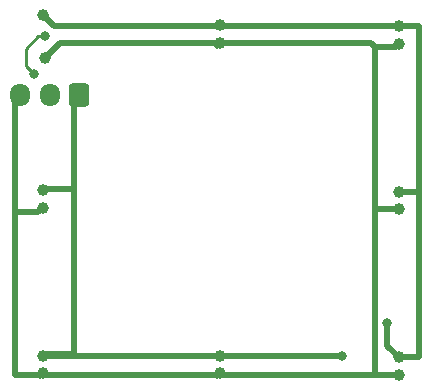
<source format=gbr>
%TF.GenerationSoftware,KiCad,Pcbnew,7.0.9-1.fc39*%
%TF.CreationDate,2023-12-06T14:15:37+00:00*%
%TF.ProjectId,LED PCB V2,4c454420-5043-4422-9056-322e6b696361,rev?*%
%TF.SameCoordinates,Original*%
%TF.FileFunction,Copper,L2,Bot*%
%TF.FilePolarity,Positive*%
%FSLAX46Y46*%
G04 Gerber Fmt 4.6, Leading zero omitted, Abs format (unit mm)*
G04 Created by KiCad (PCBNEW 7.0.9-1.fc39) date 2023-12-06 14:15:37*
%MOMM*%
%LPD*%
G01*
G04 APERTURE LIST*
G04 Aperture macros list*
%AMRoundRect*
0 Rectangle with rounded corners*
0 $1 Rounding radius*
0 $2 $3 $4 $5 $6 $7 $8 $9 X,Y pos of 4 corners*
0 Add a 4 corners polygon primitive as box body*
4,1,4,$2,$3,$4,$5,$6,$7,$8,$9,$2,$3,0*
0 Add four circle primitives for the rounded corners*
1,1,$1+$1,$2,$3*
1,1,$1+$1,$4,$5*
1,1,$1+$1,$6,$7*
1,1,$1+$1,$8,$9*
0 Add four rect primitives between the rounded corners*
20,1,$1+$1,$2,$3,$4,$5,0*
20,1,$1+$1,$4,$5,$6,$7,0*
20,1,$1+$1,$6,$7,$8,$9,0*
20,1,$1+$1,$8,$9,$2,$3,0*%
G04 Aperture macros list end*
%TA.AperFunction,ComponentPad*%
%ADD10O,1.700000X1.950000*%
%TD*%
%TA.AperFunction,ComponentPad*%
%ADD11RoundRect,0.250000X0.600000X0.725000X-0.600000X0.725000X-0.600000X-0.725000X0.600000X-0.725000X0*%
%TD*%
%TA.AperFunction,ViaPad*%
%ADD12C,0.800000*%
%TD*%
%TA.AperFunction,ViaPad*%
%ADD13C,1.000000*%
%TD*%
%TA.AperFunction,Conductor*%
%ADD14C,0.500000*%
%TD*%
%TA.AperFunction,Conductor*%
%ADD15C,0.250000*%
%TD*%
G04 APERTURE END LIST*
D10*
%TO.P,J1,3,Pin_3*%
%TO.N,GND*%
X97970000Y-50050000D03*
%TO.P,J1,2,Pin_2*%
%TO.N,Net-(D1-DIN)*%
X100470000Y-50050000D03*
D11*
%TO.P,J1,1,Pin_1*%
%TO.N,+5V*%
X102970000Y-50050000D03*
%TD*%
D12*
%TO.N,+5V*%
X125222000Y-72136000D03*
X129032000Y-69342000D03*
%TO.N,Net-(D1-DOUT)*%
X100090000Y-45080000D03*
X99120000Y-48280000D03*
D13*
%TO.N,GND*%
X114866713Y-73627621D03*
%TO.N,+5V*%
X114875000Y-72125000D03*
%TO.N,GND*%
X99866713Y-73627621D03*
%TO.N,+5V*%
X99875000Y-72125000D03*
%TO.N,GND*%
X99866713Y-59627621D03*
%TO.N,+5V*%
X99875000Y-58125000D03*
%TO.N,GND*%
X100050000Y-46920000D03*
%TO.N,+5V*%
X99930000Y-43320000D03*
%TO.N,GND*%
X114866713Y-45627621D03*
%TO.N,+5V*%
X114875000Y-44125000D03*
%TO.N,GND*%
X130000000Y-59750000D03*
X130000000Y-73750000D03*
X129991713Y-45752621D03*
%TO.N,+5V*%
X130000000Y-72250000D03*
X130000000Y-72250000D03*
X130000000Y-58250000D03*
X130000000Y-44250000D03*
%TD*%
D14*
%TO.N,+5V*%
X114875000Y-72125000D02*
X99875000Y-72125000D01*
X125211000Y-72125000D02*
X114875000Y-72125000D01*
X125222000Y-72136000D02*
X125211000Y-72125000D01*
X129032000Y-69342000D02*
X129032000Y-71282000D01*
X129032000Y-71282000D02*
X130000000Y-72250000D01*
D15*
X129032000Y-69342000D02*
X129159000Y-69469000D01*
%TO.N,Net-(D1-DOUT)*%
X98410000Y-47570000D02*
X98410000Y-46130000D01*
X99120000Y-48280000D02*
X98410000Y-47570000D01*
X99460000Y-45080000D02*
X100090000Y-45080000D01*
X98410000Y-46130000D02*
X99460000Y-45080000D01*
D14*
%TO.N,GND*%
X114866713Y-45627621D02*
X101342379Y-45627621D01*
X101342379Y-45627621D02*
X100050000Y-46920000D01*
%TO.N,+5V*%
X99930000Y-43320000D02*
X100860000Y-44250000D01*
X100860000Y-44250000D02*
X130000000Y-44250000D01*
X102500000Y-58000000D02*
X102500000Y-72000000D01*
X102500000Y-58000000D02*
X100000000Y-58000000D01*
X102500000Y-50000000D02*
X102500000Y-58000000D01*
X100000000Y-58000000D02*
X99875000Y-58125000D01*
X102500000Y-72000000D02*
X100000000Y-72000000D01*
X100000000Y-72000000D02*
X99875000Y-72125000D01*
%TO.N,GND*%
X97500000Y-60000000D02*
X97500000Y-73750000D01*
X97500000Y-73750000D02*
X130000000Y-73750000D01*
X97500000Y-50000000D02*
X97500000Y-60000000D01*
X99866713Y-59627621D02*
X99494334Y-60000000D01*
X99494334Y-60000000D02*
X97500000Y-60000000D01*
X114866713Y-45627621D02*
X127627621Y-45627621D01*
X127627621Y-45627621D02*
X128000000Y-46000000D01*
X114619334Y-73875000D02*
X114866713Y-73627621D01*
X99619334Y-73875000D02*
X99866713Y-73627621D01*
X114619334Y-45875000D02*
X114866713Y-45627621D01*
X128000000Y-59750000D02*
X128000000Y-46000000D01*
X128000000Y-46000000D02*
X129744334Y-46000000D01*
X129744334Y-46000000D02*
X129991713Y-45752621D01*
X128000000Y-59750000D02*
X128000000Y-73750000D01*
X130000000Y-73750000D02*
X128000000Y-73750000D01*
X130000000Y-59750000D02*
X128000000Y-59750000D01*
%TO.N,+5V*%
X131750000Y-44250000D02*
X131750000Y-58250000D01*
X131750000Y-58250000D02*
X131750000Y-72250000D01*
X130000000Y-58250000D02*
X131750000Y-58250000D01*
X130000000Y-72250000D02*
X131750000Y-72250000D01*
X130000000Y-44250000D02*
X131750000Y-44250000D01*
%TD*%
M02*

</source>
